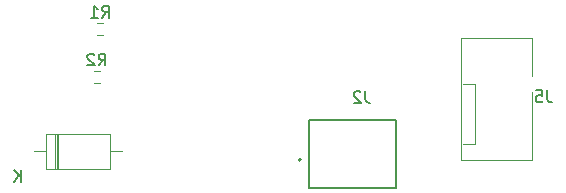
<source format=gbr>
%TF.GenerationSoftware,KiCad,Pcbnew,8.0.1*%
%TF.CreationDate,2024-04-05T19:32:32+05:30*%
%TF.ProjectId,TinyDrone,54696e79-4472-46f6-9e65-2e6b69636164,rev?*%
%TF.SameCoordinates,Original*%
%TF.FileFunction,Legend,Bot*%
%TF.FilePolarity,Positive*%
%FSLAX46Y46*%
G04 Gerber Fmt 4.6, Leading zero omitted, Abs format (unit mm)*
G04 Created by KiCad (PCBNEW 8.0.1) date 2024-04-05 19:32:32*
%MOMM*%
%LPD*%
G01*
G04 APERTURE LIST*
%ADD10C,0.150000*%
%ADD11C,0.127000*%
%ADD12C,0.200000*%
%ADD13C,0.120000*%
G04 APERTURE END LIST*
D10*
X114318333Y-94934819D02*
X114318333Y-95649104D01*
X114318333Y-95649104D02*
X114365952Y-95791961D01*
X114365952Y-95791961D02*
X114461190Y-95887200D01*
X114461190Y-95887200D02*
X114604047Y-95934819D01*
X114604047Y-95934819D02*
X114699285Y-95934819D01*
X113889761Y-95030057D02*
X113842142Y-94982438D01*
X113842142Y-94982438D02*
X113746904Y-94934819D01*
X113746904Y-94934819D02*
X113508809Y-94934819D01*
X113508809Y-94934819D02*
X113413571Y-94982438D01*
X113413571Y-94982438D02*
X113365952Y-95030057D01*
X113365952Y-95030057D02*
X113318333Y-95125295D01*
X113318333Y-95125295D02*
X113318333Y-95220533D01*
X113318333Y-95220533D02*
X113365952Y-95363390D01*
X113365952Y-95363390D02*
X113937380Y-95934819D01*
X113937380Y-95934819D02*
X113318333Y-95934819D01*
X92046666Y-88714819D02*
X92379999Y-88238628D01*
X92618094Y-88714819D02*
X92618094Y-87714819D01*
X92618094Y-87714819D02*
X92237142Y-87714819D01*
X92237142Y-87714819D02*
X92141904Y-87762438D01*
X92141904Y-87762438D02*
X92094285Y-87810057D01*
X92094285Y-87810057D02*
X92046666Y-87905295D01*
X92046666Y-87905295D02*
X92046666Y-88048152D01*
X92046666Y-88048152D02*
X92094285Y-88143390D01*
X92094285Y-88143390D02*
X92141904Y-88191009D01*
X92141904Y-88191009D02*
X92237142Y-88238628D01*
X92237142Y-88238628D02*
X92618094Y-88238628D01*
X91094285Y-88714819D02*
X91665713Y-88714819D01*
X91379999Y-88714819D02*
X91379999Y-87714819D01*
X91379999Y-87714819D02*
X91475237Y-87857676D01*
X91475237Y-87857676D02*
X91570475Y-87952914D01*
X91570475Y-87952914D02*
X91665713Y-88000533D01*
X129733333Y-94884819D02*
X129733333Y-95599104D01*
X129733333Y-95599104D02*
X129780952Y-95741961D01*
X129780952Y-95741961D02*
X129876190Y-95837200D01*
X129876190Y-95837200D02*
X130019047Y-95884819D01*
X130019047Y-95884819D02*
X130114285Y-95884819D01*
X128780952Y-94884819D02*
X129257142Y-94884819D01*
X129257142Y-94884819D02*
X129304761Y-95361009D01*
X129304761Y-95361009D02*
X129257142Y-95313390D01*
X129257142Y-95313390D02*
X129161904Y-95265771D01*
X129161904Y-95265771D02*
X128923809Y-95265771D01*
X128923809Y-95265771D02*
X128828571Y-95313390D01*
X128828571Y-95313390D02*
X128780952Y-95361009D01*
X128780952Y-95361009D02*
X128733333Y-95456247D01*
X128733333Y-95456247D02*
X128733333Y-95694342D01*
X128733333Y-95694342D02*
X128780952Y-95789580D01*
X128780952Y-95789580D02*
X128828571Y-95837200D01*
X128828571Y-95837200D02*
X128923809Y-95884819D01*
X128923809Y-95884819D02*
X129161904Y-95884819D01*
X129161904Y-95884819D02*
X129257142Y-95837200D01*
X129257142Y-95837200D02*
X129304761Y-95789580D01*
X91736666Y-92764819D02*
X92069999Y-92288628D01*
X92308094Y-92764819D02*
X92308094Y-91764819D01*
X92308094Y-91764819D02*
X91927142Y-91764819D01*
X91927142Y-91764819D02*
X91831904Y-91812438D01*
X91831904Y-91812438D02*
X91784285Y-91860057D01*
X91784285Y-91860057D02*
X91736666Y-91955295D01*
X91736666Y-91955295D02*
X91736666Y-92098152D01*
X91736666Y-92098152D02*
X91784285Y-92193390D01*
X91784285Y-92193390D02*
X91831904Y-92241009D01*
X91831904Y-92241009D02*
X91927142Y-92288628D01*
X91927142Y-92288628D02*
X92308094Y-92288628D01*
X91355713Y-91860057D02*
X91308094Y-91812438D01*
X91308094Y-91812438D02*
X91212856Y-91764819D01*
X91212856Y-91764819D02*
X90974761Y-91764819D01*
X90974761Y-91764819D02*
X90879523Y-91812438D01*
X90879523Y-91812438D02*
X90831904Y-91860057D01*
X90831904Y-91860057D02*
X90784285Y-91955295D01*
X90784285Y-91955295D02*
X90784285Y-92050533D01*
X90784285Y-92050533D02*
X90831904Y-92193390D01*
X90831904Y-92193390D02*
X91403332Y-92764819D01*
X91403332Y-92764819D02*
X90784285Y-92764819D01*
X85171904Y-102604819D02*
X85171904Y-101604819D01*
X84600476Y-102604819D02*
X85029047Y-102033390D01*
X84600476Y-101604819D02*
X85171904Y-102176247D01*
D11*
%TO.C,J2*%
X116910000Y-103115000D02*
X116910000Y-97365000D01*
X116910000Y-97365000D02*
X109510000Y-97365000D01*
X109510000Y-103115000D02*
X116910000Y-103115000D01*
X109510000Y-97365000D02*
X109510000Y-103115000D01*
D12*
X108870000Y-100765000D02*
G75*
G02*
X108670000Y-100765000I-100000J0D01*
G01*
X108670000Y-100765000D02*
G75*
G02*
X108870000Y-100765000I100000J0D01*
G01*
D13*
%TO.C,R1*%
X92134724Y-90212500D02*
X91625276Y-90212500D01*
X92134724Y-89167500D02*
X91625276Y-89167500D01*
%TO.C,J5*%
X122450000Y-100780000D02*
X128450000Y-100780000D01*
X128450000Y-100780000D02*
X128450000Y-95030000D01*
X122550000Y-99430000D02*
X123560000Y-99430000D01*
X123560000Y-99430000D02*
X123560000Y-94350000D01*
X123560000Y-94350000D02*
X122550000Y-94350000D01*
X128400000Y-93680000D02*
X128400000Y-90480000D01*
X122450000Y-90480000D02*
X122450000Y-100780000D01*
X128400000Y-90480000D02*
X122450000Y-90480000D01*
%TO.C,R2*%
X91824724Y-94262500D02*
X91315276Y-94262500D01*
X91824724Y-93217500D02*
X91315276Y-93217500D01*
%TO.C,D1*%
X86250000Y-100050000D02*
X87270000Y-100050000D01*
X87270000Y-98580000D02*
X92710000Y-98580000D01*
X87270000Y-101520000D02*
X87270000Y-98580000D01*
X88050000Y-101520000D02*
X88050000Y-98580000D01*
X88170000Y-101520000D02*
X88170000Y-98580000D01*
X88290000Y-101520000D02*
X88290000Y-98580000D01*
X92710000Y-98580000D02*
X92710000Y-101520000D01*
X92710000Y-101520000D02*
X87270000Y-101520000D01*
X93730000Y-100050000D02*
X92710000Y-100050000D01*
%TD*%
M02*

</source>
